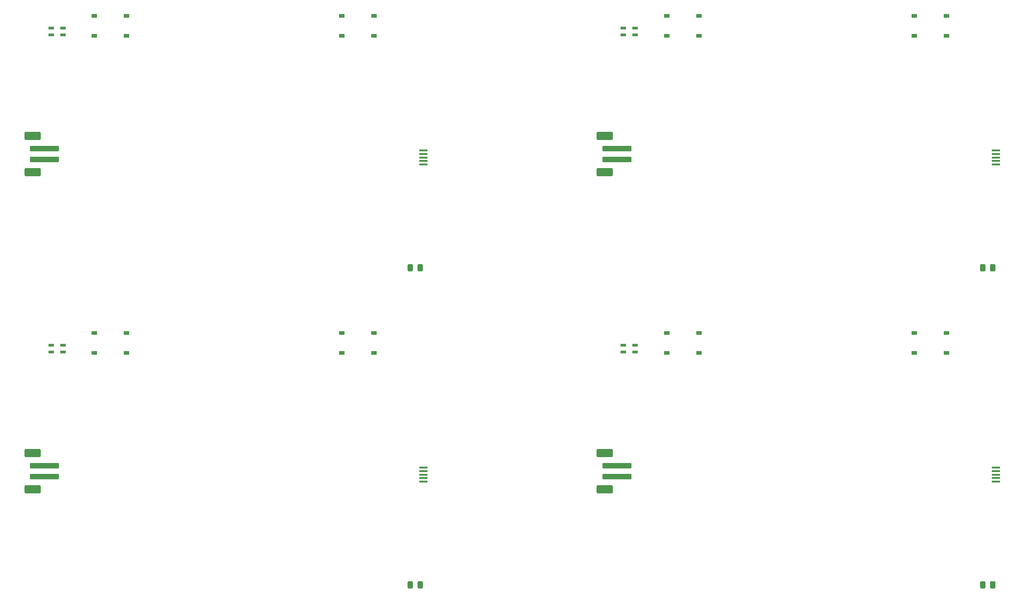
<source format=gbr>
%TF.GenerationSoftware,KiCad,Pcbnew,6.0.11-2627ca5db0~126~ubuntu20.04.1*%
%TF.CreationDate,2024-09-10T20:57:43-04:00*%
%TF.ProjectId,panel,70616e65-6c2e-46b6-9963-61645f706362,rev?*%
%TF.SameCoordinates,Original*%
%TF.FileFunction,Paste,Bot*%
%TF.FilePolarity,Positive*%
%FSLAX46Y46*%
G04 Gerber Fmt 4.6, Leading zero omitted, Abs format (unit mm)*
G04 Created by KiCad (PCBNEW 6.0.11-2627ca5db0~126~ubuntu20.04.1) date 2024-09-10 20:57:43*
%MOMM*%
%LPD*%
G01*
G04 APERTURE LIST*
G04 Aperture macros list*
%AMRoundRect*
0 Rectangle with rounded corners*
0 $1 Rounding radius*
0 $2 $3 $4 $5 $6 $7 $8 $9 X,Y pos of 4 corners*
0 Add a 4 corners polygon primitive as box body*
4,1,4,$2,$3,$4,$5,$6,$7,$8,$9,$2,$3,0*
0 Add four circle primitives for the rounded corners*
1,1,$1+$1,$2,$3*
1,1,$1+$1,$4,$5*
1,1,$1+$1,$6,$7*
1,1,$1+$1,$8,$9*
0 Add four rect primitives between the rounded corners*
20,1,$1+$1,$2,$3,$4,$5,0*
20,1,$1+$1,$4,$5,$6,$7,0*
20,1,$1+$1,$6,$7,$8,$9,0*
20,1,$1+$1,$8,$9,$2,$3,0*%
G04 Aperture macros list end*
%ADD10RoundRect,0.243750X0.243750X0.456250X-0.243750X0.456250X-0.243750X-0.456250X0.243750X-0.456250X0*%
%ADD11R,1.000000X0.600000*%
%ADD12R,1.000000X0.700000*%
%ADD13R,1.500000X0.450000*%
%ADD14RoundRect,0.250000X-2.500000X0.250000X-2.500000X-0.250000X2.500000X-0.250000X2.500000X0.250000X0*%
%ADD15RoundRect,0.250000X-1.250000X0.550000X-1.250000X-0.550000X1.250000X-0.550000X1.250000X0.550000X0*%
G04 APERTURE END LIST*
D10*
%TO.C,D2*%
X95218200Y-57170000D03*
X93343200Y-57170000D03*
%TD*%
D11*
%TO.C,U6*%
X26232000Y-72917600D03*
X26232000Y-71617600D03*
X28432000Y-71617600D03*
X28432000Y-72917600D03*
%TD*%
D12*
%TO.C,S2*%
X193453300Y-69387600D03*
X187453300Y-69387600D03*
X193453300Y-73087600D03*
X187453300Y-73087600D03*
%TD*%
%TO.C,S1*%
X141224600Y-73087600D03*
X147224600Y-73087600D03*
X141224600Y-69387600D03*
X147224600Y-69387600D03*
%TD*%
D13*
%TO.C,J4*%
X95800700Y-94527600D03*
X95800700Y-95177600D03*
X95800700Y-95827600D03*
X95800700Y-96477600D03*
X95800700Y-97127600D03*
%TD*%
D12*
%TO.C,S2*%
X86560700Y-10120000D03*
X80560700Y-10120000D03*
X86560700Y-13820000D03*
X80560700Y-13820000D03*
%TD*%
D10*
%TO.C,D2*%
X202110800Y-116437600D03*
X200235800Y-116437600D03*
%TD*%
D13*
%TO.C,J4*%
X202693300Y-94527600D03*
X202693300Y-95177600D03*
X202693300Y-95827600D03*
X202693300Y-96477600D03*
X202693300Y-97127600D03*
%TD*%
D12*
%TO.C,S2*%
X193453300Y-10120000D03*
X187453300Y-10120000D03*
X193453300Y-13820000D03*
X187453300Y-13820000D03*
%TD*%
%TO.C,S2*%
X86560700Y-69387600D03*
X80560700Y-69387600D03*
X86560700Y-73087600D03*
X80560700Y-73087600D03*
%TD*%
D14*
%TO.C,J1*%
X131903300Y-34900000D03*
X131903300Y-36900000D03*
D15*
X129653300Y-32500000D03*
X129653300Y-39300000D03*
%TD*%
D10*
%TO.C,D2*%
X202110800Y-57170000D03*
X200235800Y-57170000D03*
%TD*%
D11*
%TO.C,U6*%
X133124600Y-13650000D03*
X133124600Y-12350000D03*
X135324600Y-12350000D03*
X135324600Y-13650000D03*
%TD*%
D14*
%TO.C,J1*%
X25010700Y-94167600D03*
X25010700Y-96167600D03*
D15*
X22760700Y-91767600D03*
X22760700Y-98567600D03*
%TD*%
D12*
%TO.C,S1*%
X34332000Y-13820000D03*
X40332000Y-13820000D03*
X34332000Y-10120000D03*
X40332000Y-10120000D03*
%TD*%
D13*
%TO.C,J4*%
X202693300Y-35260000D03*
X202693300Y-35910000D03*
X202693300Y-36560000D03*
X202693300Y-37210000D03*
X202693300Y-37860000D03*
%TD*%
D14*
%TO.C,J1*%
X131903300Y-94167600D03*
X131903300Y-96167600D03*
D15*
X129653300Y-91767600D03*
X129653300Y-98567600D03*
%TD*%
D10*
%TO.C,D2*%
X95218200Y-116437600D03*
X93343200Y-116437600D03*
%TD*%
D14*
%TO.C,J1*%
X25010700Y-34900000D03*
X25010700Y-36900000D03*
D15*
X22760700Y-39300000D03*
X22760700Y-32500000D03*
%TD*%
D11*
%TO.C,U6*%
X133124600Y-72917600D03*
X133124600Y-71617600D03*
X135324600Y-71617600D03*
X135324600Y-72917600D03*
%TD*%
D12*
%TO.C,S1*%
X34332000Y-73087600D03*
X40332000Y-73087600D03*
X34332000Y-69387600D03*
X40332000Y-69387600D03*
%TD*%
D11*
%TO.C,U6*%
X26232000Y-13650000D03*
X26232000Y-12350000D03*
X28432000Y-12350000D03*
X28432000Y-13650000D03*
%TD*%
D12*
%TO.C,S1*%
X141224600Y-13820000D03*
X147224600Y-13820000D03*
X141224600Y-10120000D03*
X147224600Y-10120000D03*
%TD*%
D13*
%TO.C,J4*%
X95800700Y-35260000D03*
X95800700Y-35910000D03*
X95800700Y-36560000D03*
X95800700Y-37210000D03*
X95800700Y-37860000D03*
%TD*%
M02*

</source>
